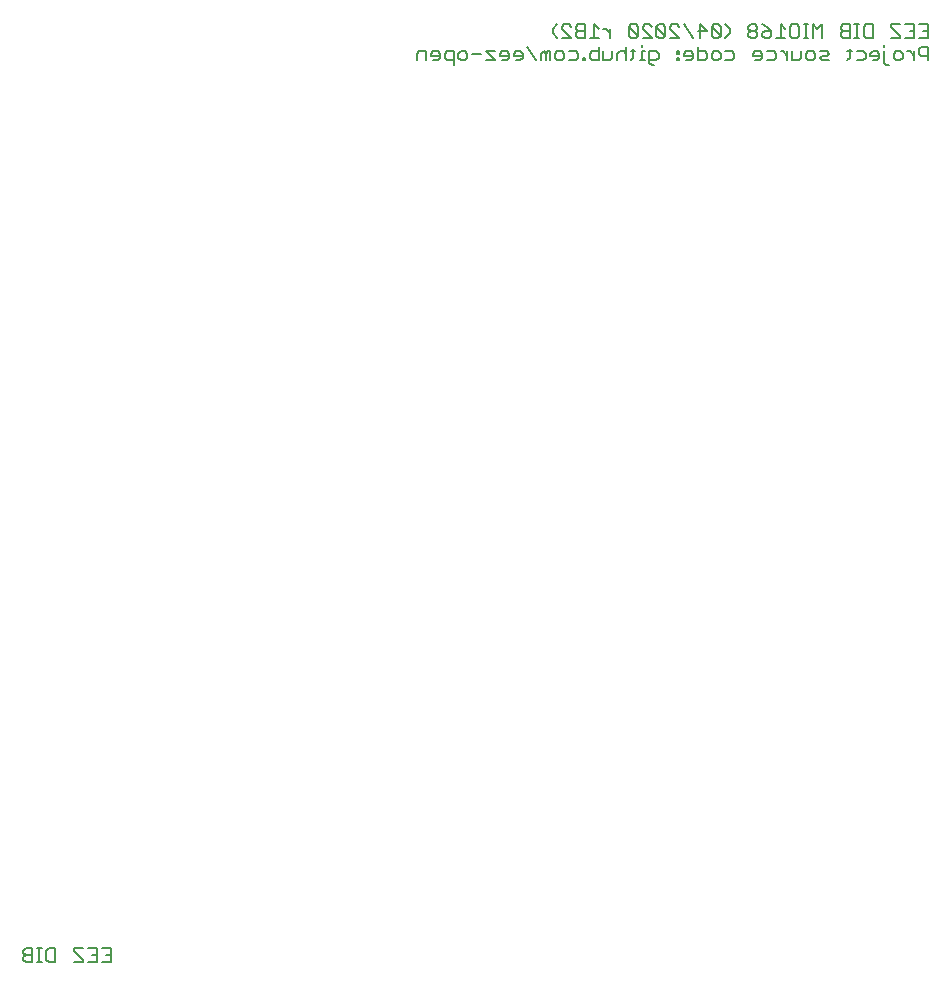
<source format=gbo>
G75*
%MOIN*%
%OFA0B0*%
%FSLAX25Y25*%
%IPPOS*%
%LPD*%
%AMOC8*
5,1,8,0,0,1.08239X$1,22.5*
%
%ADD10C,0.00500*%
D10*
X0359846Y0120520D02*
X0360597Y0119770D01*
X0362849Y0119770D01*
X0362849Y0124274D01*
X0360597Y0124274D01*
X0359846Y0123523D01*
X0359846Y0122772D01*
X0360597Y0122022D01*
X0362849Y0122022D01*
X0360597Y0122022D02*
X0359846Y0121271D01*
X0359846Y0120520D01*
X0364417Y0119770D02*
X0365918Y0119770D01*
X0365167Y0119770D02*
X0365167Y0124274D01*
X0364417Y0124274D02*
X0365918Y0124274D01*
X0367519Y0123523D02*
X0368270Y0124274D01*
X0370522Y0124274D01*
X0370522Y0119770D01*
X0368270Y0119770D01*
X0367519Y0120520D01*
X0367519Y0123523D01*
X0376727Y0123523D02*
X0379730Y0120520D01*
X0379730Y0119770D01*
X0376727Y0119770D01*
X0376727Y0123523D02*
X0376727Y0124274D01*
X0379730Y0124274D01*
X0381331Y0124274D02*
X0384334Y0124274D01*
X0384334Y0119770D01*
X0381331Y0119770D01*
X0382832Y0122022D02*
X0384334Y0122022D01*
X0385935Y0124274D02*
X0388938Y0124274D01*
X0388938Y0119770D01*
X0385935Y0119770D01*
X0387436Y0122022D02*
X0388938Y0122022D01*
X0491043Y0420254D02*
X0491043Y0422506D01*
X0491794Y0423256D01*
X0494046Y0423256D01*
X0494046Y0420254D01*
X0495647Y0421755D02*
X0498650Y0421755D01*
X0498650Y0421005D02*
X0498650Y0422506D01*
X0497899Y0423256D01*
X0496398Y0423256D01*
X0495647Y0422506D01*
X0495647Y0421755D01*
X0496398Y0420254D02*
X0497899Y0420254D01*
X0498650Y0421005D01*
X0500251Y0421005D02*
X0501002Y0420254D01*
X0503253Y0420254D01*
X0503253Y0418753D02*
X0503253Y0423256D01*
X0501002Y0423256D01*
X0500251Y0422506D01*
X0500251Y0421005D01*
X0504855Y0421005D02*
X0504855Y0422506D01*
X0505605Y0423256D01*
X0507107Y0423256D01*
X0507857Y0422506D01*
X0507857Y0421005D01*
X0507107Y0420254D01*
X0505605Y0420254D01*
X0504855Y0421005D01*
X0509459Y0422506D02*
X0512461Y0422506D01*
X0514063Y0423256D02*
X0517065Y0420254D01*
X0514063Y0420254D01*
X0514063Y0423256D02*
X0517065Y0423256D01*
X0518667Y0422506D02*
X0518667Y0421755D01*
X0521669Y0421755D01*
X0521669Y0421005D02*
X0521669Y0422506D01*
X0520919Y0423256D01*
X0519417Y0423256D01*
X0518667Y0422506D01*
X0519417Y0420254D02*
X0520919Y0420254D01*
X0521669Y0421005D01*
X0523271Y0421755D02*
X0526273Y0421755D01*
X0526273Y0421005D02*
X0526273Y0422506D01*
X0525522Y0423256D01*
X0524021Y0423256D01*
X0523271Y0422506D01*
X0523271Y0421755D01*
X0524021Y0420254D02*
X0525522Y0420254D01*
X0526273Y0421005D01*
X0527874Y0424758D02*
X0530877Y0420254D01*
X0532478Y0420254D02*
X0532478Y0422506D01*
X0533229Y0423256D01*
X0533980Y0422506D01*
X0533980Y0420254D01*
X0535481Y0420254D02*
X0535481Y0423256D01*
X0534730Y0423256D01*
X0533980Y0422506D01*
X0537082Y0422506D02*
X0537833Y0423256D01*
X0539334Y0423256D01*
X0540085Y0422506D01*
X0540085Y0421005D01*
X0539334Y0420254D01*
X0537833Y0420254D01*
X0537082Y0421005D01*
X0537082Y0422506D01*
X0541686Y0423256D02*
X0543938Y0423256D01*
X0544689Y0422506D01*
X0544689Y0421005D01*
X0543938Y0420254D01*
X0541686Y0420254D01*
X0546240Y0420254D02*
X0546991Y0420254D01*
X0546991Y0421005D01*
X0546240Y0421005D01*
X0546240Y0420254D01*
X0548592Y0421005D02*
X0548592Y0422506D01*
X0549343Y0423256D01*
X0551595Y0423256D01*
X0551595Y0424758D02*
X0551595Y0420254D01*
X0549343Y0420254D01*
X0548592Y0421005D01*
X0553196Y0420254D02*
X0553196Y0423256D01*
X0553196Y0420254D02*
X0555448Y0420254D01*
X0556199Y0421005D01*
X0556199Y0423256D01*
X0557800Y0422506D02*
X0557800Y0420254D01*
X0557800Y0422506D02*
X0558551Y0423256D01*
X0560052Y0423256D01*
X0560803Y0422506D01*
X0562371Y0423256D02*
X0563872Y0423256D01*
X0563121Y0424007D02*
X0563121Y0421005D01*
X0562371Y0420254D01*
X0560803Y0420254D02*
X0560803Y0424758D01*
X0562387Y0427754D02*
X0563888Y0427754D01*
X0564639Y0428505D01*
X0561637Y0431507D01*
X0561637Y0428505D01*
X0562387Y0427754D01*
X0564639Y0428505D02*
X0564639Y0431507D01*
X0563888Y0432258D01*
X0562387Y0432258D01*
X0561637Y0431507D01*
X0566240Y0431507D02*
X0566240Y0430756D01*
X0569243Y0427754D01*
X0566240Y0427754D01*
X0566190Y0425508D02*
X0566190Y0424758D01*
X0566190Y0423256D02*
X0566190Y0420254D01*
X0565440Y0420254D02*
X0566941Y0420254D01*
X0568542Y0420254D02*
X0570794Y0420254D01*
X0571545Y0421005D01*
X0571545Y0422506D01*
X0570794Y0423256D01*
X0568542Y0423256D01*
X0568542Y0419503D01*
X0569293Y0418753D01*
X0570044Y0418753D01*
X0566941Y0423256D02*
X0566190Y0423256D01*
X0570844Y0428505D02*
X0571595Y0427754D01*
X0573096Y0427754D01*
X0573847Y0428505D01*
X0570844Y0431507D01*
X0570844Y0428505D01*
X0570844Y0431507D02*
X0571595Y0432258D01*
X0573096Y0432258D01*
X0573847Y0431507D01*
X0573847Y0428505D01*
X0575448Y0427754D02*
X0578451Y0427754D01*
X0575448Y0430756D01*
X0575448Y0431507D01*
X0576199Y0432258D01*
X0577700Y0432258D01*
X0578451Y0431507D01*
X0580052Y0432258D02*
X0583055Y0427754D01*
X0585407Y0427754D02*
X0585407Y0432258D01*
X0587659Y0430006D01*
X0584656Y0430006D01*
X0589260Y0431507D02*
X0592263Y0428505D01*
X0591512Y0427754D01*
X0590011Y0427754D01*
X0589260Y0428505D01*
X0589260Y0431507D01*
X0590011Y0432258D01*
X0591512Y0432258D01*
X0592263Y0431507D01*
X0592263Y0428505D01*
X0593831Y0427754D02*
X0595332Y0429255D01*
X0595332Y0430756D01*
X0593831Y0432258D01*
X0601537Y0431507D02*
X0601537Y0430756D01*
X0602288Y0430006D01*
X0603789Y0430006D01*
X0604540Y0430756D01*
X0604540Y0431507D01*
X0603789Y0432258D01*
X0602288Y0432258D01*
X0601537Y0431507D01*
X0602288Y0430006D02*
X0601537Y0429255D01*
X0601537Y0428505D01*
X0602288Y0427754D01*
X0603789Y0427754D01*
X0604540Y0428505D01*
X0604540Y0429255D01*
X0603789Y0430006D01*
X0606141Y0429255D02*
X0606892Y0430006D01*
X0609144Y0430006D01*
X0609144Y0428505D01*
X0608393Y0427754D01*
X0606892Y0427754D01*
X0606141Y0428505D01*
X0606141Y0429255D01*
X0607642Y0431507D02*
X0606141Y0432258D01*
X0607642Y0431507D02*
X0609144Y0430006D01*
X0610745Y0427754D02*
X0613748Y0427754D01*
X0612246Y0427754D02*
X0612246Y0432258D01*
X0613748Y0430756D01*
X0615349Y0431507D02*
X0616100Y0432258D01*
X0617601Y0432258D01*
X0618352Y0431507D01*
X0618352Y0428505D01*
X0617601Y0427754D01*
X0616100Y0427754D01*
X0615349Y0428505D01*
X0615349Y0431507D01*
X0619920Y0432258D02*
X0621421Y0432258D01*
X0620670Y0432258D02*
X0620670Y0427754D01*
X0619920Y0427754D02*
X0621421Y0427754D01*
X0623022Y0427754D02*
X0623022Y0432258D01*
X0624523Y0430756D01*
X0626025Y0432258D01*
X0626025Y0427754D01*
X0625324Y0423256D02*
X0627576Y0423256D01*
X0628327Y0422506D01*
X0627576Y0421755D01*
X0626075Y0421755D01*
X0625324Y0421005D01*
X0626075Y0420254D01*
X0628327Y0420254D01*
X0623723Y0421005D02*
X0623723Y0422506D01*
X0622972Y0423256D01*
X0621471Y0423256D01*
X0620720Y0422506D01*
X0620720Y0421005D01*
X0621471Y0420254D01*
X0622972Y0420254D01*
X0623723Y0421005D01*
X0619119Y0421005D02*
X0619119Y0423256D01*
X0619119Y0421005D02*
X0618368Y0420254D01*
X0616116Y0420254D01*
X0616116Y0423256D01*
X0614515Y0423256D02*
X0614515Y0420254D01*
X0614515Y0421755D02*
X0613014Y0423256D01*
X0612263Y0423256D01*
X0610678Y0422506D02*
X0610678Y0421005D01*
X0609928Y0420254D01*
X0607676Y0420254D01*
X0606074Y0421005D02*
X0606074Y0422506D01*
X0605324Y0423256D01*
X0603823Y0423256D01*
X0603072Y0422506D01*
X0603072Y0421755D01*
X0606074Y0421755D01*
X0606074Y0421005D02*
X0605324Y0420254D01*
X0603823Y0420254D01*
X0607676Y0423256D02*
X0609928Y0423256D01*
X0610678Y0422506D01*
X0596867Y0422506D02*
X0596867Y0421005D01*
X0596116Y0420254D01*
X0593864Y0420254D01*
X0592263Y0421005D02*
X0592263Y0422506D01*
X0591512Y0423256D01*
X0590011Y0423256D01*
X0589260Y0422506D01*
X0589260Y0421005D01*
X0590011Y0420254D01*
X0591512Y0420254D01*
X0592263Y0421005D01*
X0593864Y0423256D02*
X0596116Y0423256D01*
X0596867Y0422506D01*
X0587659Y0422506D02*
X0587659Y0421005D01*
X0586908Y0420254D01*
X0584656Y0420254D01*
X0584656Y0424758D01*
X0584656Y0423256D02*
X0586908Y0423256D01*
X0587659Y0422506D01*
X0583055Y0422506D02*
X0583055Y0421005D01*
X0582304Y0420254D01*
X0580803Y0420254D01*
X0580052Y0421755D02*
X0583055Y0421755D01*
X0583055Y0422506D02*
X0582304Y0423256D01*
X0580803Y0423256D01*
X0580052Y0422506D01*
X0580052Y0421755D01*
X0578451Y0421005D02*
X0578451Y0420254D01*
X0577700Y0420254D01*
X0577700Y0421005D01*
X0578451Y0421005D01*
X0578451Y0422506D02*
X0578451Y0423256D01*
X0577700Y0423256D01*
X0577700Y0422506D01*
X0578451Y0422506D01*
X0569243Y0431507D02*
X0568492Y0432258D01*
X0566991Y0432258D01*
X0566240Y0431507D01*
X0555431Y0430756D02*
X0555431Y0427754D01*
X0555431Y0429255D02*
X0553930Y0430756D01*
X0553179Y0430756D01*
X0551595Y0430756D02*
X0550093Y0432258D01*
X0550093Y0427754D01*
X0548592Y0427754D02*
X0551595Y0427754D01*
X0546991Y0427754D02*
X0546991Y0432258D01*
X0544739Y0432258D01*
X0543988Y0431507D01*
X0543988Y0430756D01*
X0544739Y0430006D01*
X0546991Y0430006D01*
X0546991Y0427754D02*
X0544739Y0427754D01*
X0543988Y0428505D01*
X0543988Y0429255D01*
X0544739Y0430006D01*
X0542387Y0431507D02*
X0541636Y0432258D01*
X0540135Y0432258D01*
X0539384Y0431507D01*
X0539384Y0430756D01*
X0542387Y0427754D01*
X0539384Y0427754D01*
X0537783Y0427754D02*
X0536282Y0429255D01*
X0536282Y0430756D01*
X0537783Y0432258D01*
X0632230Y0431507D02*
X0632230Y0430756D01*
X0632981Y0430006D01*
X0635233Y0430006D01*
X0635233Y0427754D02*
X0635233Y0432258D01*
X0632981Y0432258D01*
X0632230Y0431507D01*
X0632981Y0430006D02*
X0632230Y0429255D01*
X0632230Y0428505D01*
X0632981Y0427754D01*
X0635233Y0427754D01*
X0636801Y0427754D02*
X0638302Y0427754D01*
X0637551Y0427754D02*
X0637551Y0432258D01*
X0636801Y0432258D02*
X0638302Y0432258D01*
X0639903Y0431507D02*
X0640654Y0432258D01*
X0642906Y0432258D01*
X0642906Y0427754D01*
X0640654Y0427754D01*
X0639903Y0428505D01*
X0639903Y0431507D01*
X0649111Y0431507D02*
X0652114Y0428505D01*
X0652114Y0427754D01*
X0649111Y0427754D01*
X0646776Y0425508D02*
X0646776Y0424758D01*
X0646776Y0423256D02*
X0646776Y0419503D01*
X0647526Y0418753D01*
X0648277Y0418753D01*
X0649878Y0421005D02*
X0649878Y0422506D01*
X0650629Y0423256D01*
X0652130Y0423256D01*
X0652881Y0422506D01*
X0652881Y0421005D01*
X0652130Y0420254D01*
X0650629Y0420254D01*
X0649878Y0421005D01*
X0645208Y0421005D02*
X0645208Y0422506D01*
X0644457Y0423256D01*
X0642956Y0423256D01*
X0642205Y0422506D01*
X0642205Y0421755D01*
X0645208Y0421755D01*
X0645208Y0421005D02*
X0644457Y0420254D01*
X0642956Y0420254D01*
X0640604Y0421005D02*
X0640604Y0422506D01*
X0639853Y0423256D01*
X0637601Y0423256D01*
X0636000Y0423256D02*
X0634499Y0423256D01*
X0635249Y0424007D02*
X0635249Y0421005D01*
X0634499Y0420254D01*
X0637601Y0420254D02*
X0639853Y0420254D01*
X0640604Y0421005D01*
X0654466Y0423256D02*
X0655216Y0423256D01*
X0656718Y0421755D01*
X0656718Y0420254D02*
X0656718Y0423256D01*
X0658319Y0422506D02*
X0659070Y0421755D01*
X0661322Y0421755D01*
X0661322Y0420254D02*
X0661322Y0424758D01*
X0659070Y0424758D01*
X0658319Y0424007D01*
X0658319Y0422506D01*
X0658319Y0427754D02*
X0661322Y0427754D01*
X0661322Y0432258D01*
X0658319Y0432258D01*
X0656718Y0432258D02*
X0656718Y0427754D01*
X0653715Y0427754D01*
X0655216Y0430006D02*
X0656718Y0430006D01*
X0656718Y0432258D02*
X0653715Y0432258D01*
X0652114Y0432258D02*
X0649111Y0432258D01*
X0649111Y0431507D01*
X0659820Y0430006D02*
X0661322Y0430006D01*
M02*

</source>
